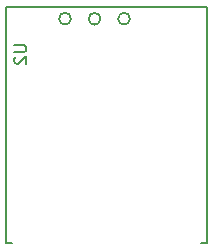
<source format=gbr>
G04 #@! TF.GenerationSoftware,KiCad,Pcbnew,(5.1.5-0-10_14)*
G04 #@! TF.CreationDate,2020-04-26T21:59:26+02:00*
G04 #@! TF.ProjectId,minimal,6d696e69-6d61-46c2-9e6b-696361645f70,rev?*
G04 #@! TF.SameCoordinates,Original*
G04 #@! TF.FileFunction,Legend,Bot*
G04 #@! TF.FilePolarity,Positive*
%FSLAX46Y46*%
G04 Gerber Fmt 4.6, Leading zero omitted, Abs format (unit mm)*
G04 Created by KiCad (PCBNEW (5.1.5-0-10_14)) date 2020-04-26 21:59:26*
%MOMM*%
%LPD*%
G04 APERTURE LIST*
%ADD10C,0.150000*%
G04 APERTURE END LIST*
D10*
X33500000Y-38250000D02*
X33500000Y-58250000D01*
X50500000Y-38250000D02*
X33500000Y-38250000D01*
X50500000Y-58250000D02*
X50500000Y-38250000D01*
X41500000Y-39250000D02*
G75*
G03X41500000Y-39250000I-500000J0D01*
G01*
X44000000Y-39250000D02*
G75*
G03X44000000Y-39250000I-500000J0D01*
G01*
X39000000Y-39250000D02*
G75*
G03X39000000Y-39250000I-500000J0D01*
G01*
X50500000Y-58250000D02*
X50000000Y-58250000D01*
X33500000Y-58250000D02*
X34000000Y-58250000D01*
X34202380Y-41488095D02*
X35011904Y-41488095D01*
X35107142Y-41535714D01*
X35154761Y-41583333D01*
X35202380Y-41678571D01*
X35202380Y-41869047D01*
X35154761Y-41964285D01*
X35107142Y-42011904D01*
X35011904Y-42059523D01*
X34202380Y-42059523D01*
X34297619Y-42488095D02*
X34250000Y-42535714D01*
X34202380Y-42630952D01*
X34202380Y-42869047D01*
X34250000Y-42964285D01*
X34297619Y-43011904D01*
X34392857Y-43059523D01*
X34488095Y-43059523D01*
X34630952Y-43011904D01*
X35202380Y-42440476D01*
X35202380Y-43059523D01*
M02*

</source>
